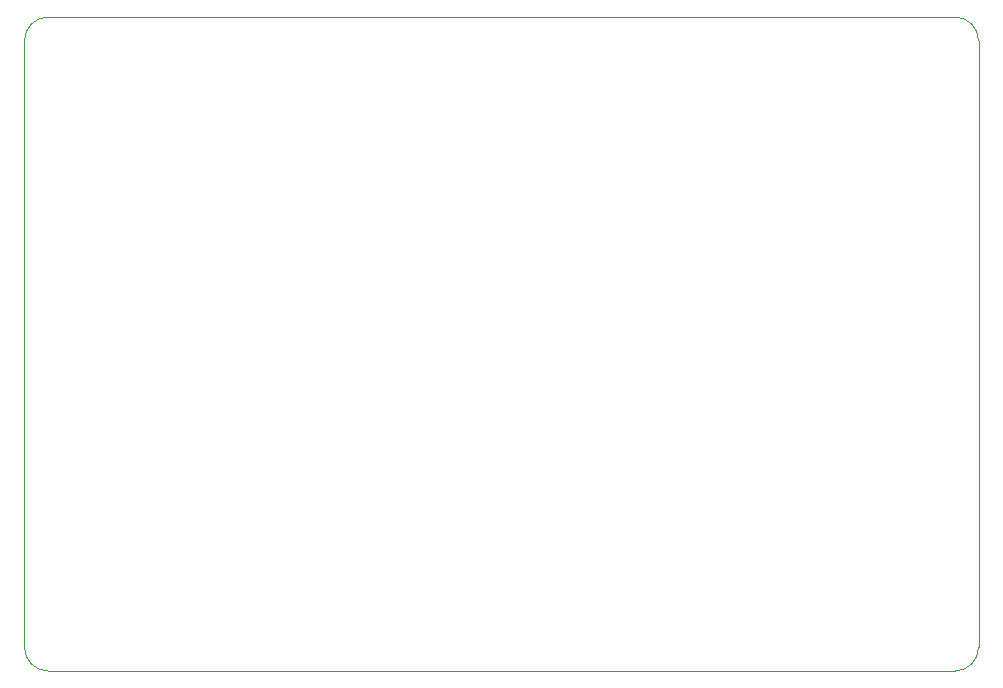
<source format=gbr>
%TF.GenerationSoftware,KiCad,Pcbnew,7.0.10*%
%TF.CreationDate,2024-01-20T14:12:54-06:00*%
%TF.ProjectId,Apple-68k-FujiNet-Rev0,4170706c-652d-4363-986b-2d46756a694e,Rev 0*%
%TF.SameCoordinates,Original*%
%TF.FileFunction,Profile,NP*%
%FSLAX46Y46*%
G04 Gerber Fmt 4.6, Leading zero omitted, Abs format (unit mm)*
G04 Created by KiCad (PCBNEW 7.0.10) date 2024-01-20 14:12:54*
%MOMM*%
%LPD*%
G01*
G04 APERTURE LIST*
%TA.AperFunction,Profile*%
%ADD10C,0.100000*%
%TD*%
G04 APERTURE END LIST*
D10*
X115663414Y-70610414D02*
G75*
G03*
X113663414Y-72610414I-14J-1999986D01*
G01*
X115663414Y-70610414D02*
X192438586Y-70610414D01*
X194438586Y-123985586D02*
X194438586Y-72610414D01*
X115663414Y-125985586D02*
X192438586Y-125985586D01*
X192438586Y-125985586D02*
G75*
G03*
X194438586Y-123985586I14J1999986D01*
G01*
X194438586Y-72610414D02*
G75*
G03*
X192438586Y-70610414I-1999986J14D01*
G01*
X113663414Y-123985586D02*
G75*
G03*
X115663414Y-125985586I1999986J-14D01*
G01*
X113663414Y-72610414D02*
X113663414Y-123985586D01*
M02*

</source>
